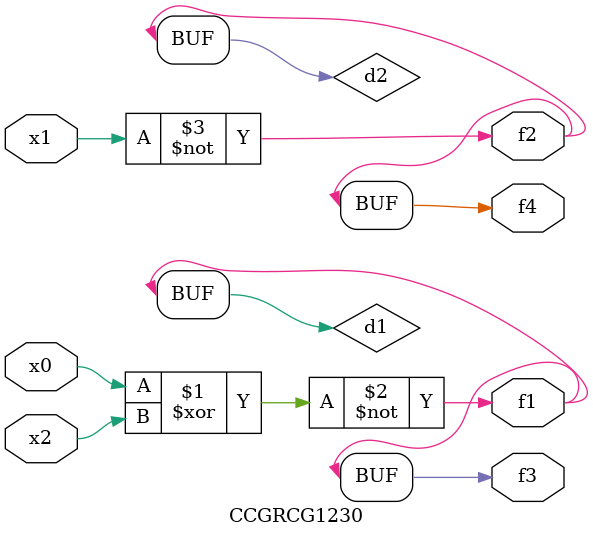
<source format=v>
module CCGRCG1230(
	input x0, x1, x2,
	output f1, f2, f3, f4
);

	wire d1, d2, d3;

	xnor (d1, x0, x2);
	nand (d2, x1);
	nor (d3, x1, x2);
	assign f1 = d1;
	assign f2 = d2;
	assign f3 = d1;
	assign f4 = d2;
endmodule

</source>
